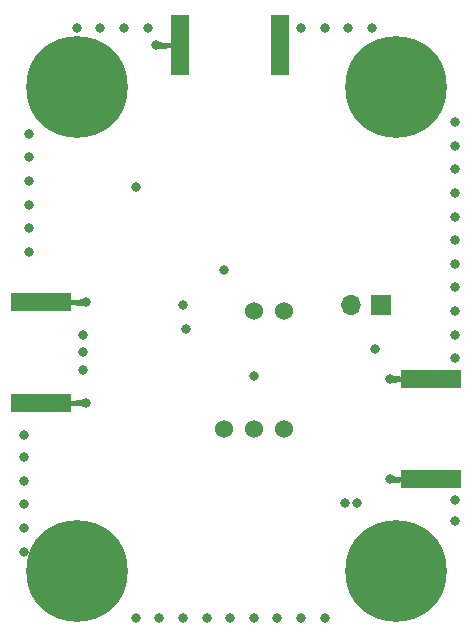
<source format=gbr>
G04 #@! TF.GenerationSoftware,KiCad,Pcbnew,5.1.6-c6e7f7d~87~ubuntu18.04.1*
G04 #@! TF.CreationDate,2021-01-11T12:45:55+00:00*
G04 #@! TF.ProjectId,vary_resistance,76617279-5f72-4657-9369-7374616e6365,rev?*
G04 #@! TF.SameCoordinates,Original*
G04 #@! TF.FileFunction,Copper,L4,Bot*
G04 #@! TF.FilePolarity,Positive*
%FSLAX46Y46*%
G04 Gerber Fmt 4.6, Leading zero omitted, Abs format (unit mm)*
G04 Created by KiCad (PCBNEW 5.1.6-c6e7f7d~87~ubuntu18.04.1) date 2021-01-11 12:45:55*
%MOMM*%
%LPD*%
G01*
G04 APERTURE LIST*
G04 #@! TA.AperFunction,ComponentPad*
%ADD10C,0.900000*%
G04 #@! TD*
G04 #@! TA.AperFunction,ComponentPad*
%ADD11C,8.600000*%
G04 #@! TD*
G04 #@! TA.AperFunction,ComponentPad*
%ADD12O,1.700000X1.700000*%
G04 #@! TD*
G04 #@! TA.AperFunction,ComponentPad*
%ADD13R,1.700000X1.700000*%
G04 #@! TD*
G04 #@! TA.AperFunction,ComponentPad*
%ADD14C,1.524000*%
G04 #@! TD*
G04 #@! TA.AperFunction,SMDPad,CuDef*
%ADD15R,5.080000X1.500000*%
G04 #@! TD*
G04 #@! TA.AperFunction,SMDPad,CuDef*
%ADD16R,1.500000X5.080000*%
G04 #@! TD*
G04 #@! TA.AperFunction,ViaPad*
%ADD17C,0.800000*%
G04 #@! TD*
G04 #@! TA.AperFunction,Conductor*
%ADD18C,0.450000*%
G04 #@! TD*
G04 #@! TA.AperFunction,Conductor*
%ADD19C,0.025400*%
G04 #@! TD*
G04 APERTURE END LIST*
D10*
X169280419Y-94719581D03*
X167000000Y-93775000D03*
X164719581Y-94719581D03*
X163775000Y-97000000D03*
X164719581Y-99280419D03*
X167000000Y-100225000D03*
X169280419Y-99280419D03*
X170225000Y-97000000D03*
D11*
X167000000Y-97000000D03*
D10*
X196280419Y-94719581D03*
X194000000Y-93775000D03*
X191719581Y-94719581D03*
X190775000Y-97000000D03*
X191719581Y-99280419D03*
X194000000Y-100225000D03*
X196280419Y-99280419D03*
X197225000Y-97000000D03*
D11*
X194000000Y-97000000D03*
D12*
X190210000Y-74500000D03*
D13*
X192750000Y-74500000D03*
D14*
X184540000Y-75000000D03*
X182000000Y-75000000D03*
X184540000Y-85000000D03*
X182000000Y-85000000D03*
X179460000Y-85000000D03*
D15*
X164000000Y-82750000D03*
X164000000Y-74250000D03*
X197000000Y-80750000D03*
X197000000Y-89250000D03*
D16*
X175750000Y-52500000D03*
X184250000Y-52500000D03*
D10*
X169280419Y-53719581D03*
X167000000Y-52775000D03*
X164719581Y-53719581D03*
X163775000Y-56000000D03*
X164719581Y-58280419D03*
X167000000Y-59225000D03*
X169280419Y-58280419D03*
X170225000Y-56000000D03*
D11*
X167000000Y-56000000D03*
D10*
X196280419Y-53719581D03*
X194000000Y-52775000D03*
X191719581Y-53719581D03*
X190775000Y-56000000D03*
X191719581Y-58280419D03*
X194000000Y-59225000D03*
X196280419Y-58280419D03*
X197225000Y-56000000D03*
D11*
X194000000Y-56000000D03*
D17*
X180000000Y-101000000D03*
X176000000Y-101000000D03*
X174000000Y-101000000D03*
X178000000Y-101000000D03*
X172000000Y-101000000D03*
X184000000Y-101000000D03*
X182000000Y-101000000D03*
X186000000Y-101000000D03*
X188000000Y-101000000D03*
X162500000Y-91370000D03*
X162500000Y-95370000D03*
X162500000Y-93370000D03*
X162500000Y-85500000D03*
X162500000Y-89370000D03*
X162500000Y-87370000D03*
X199000000Y-75000000D03*
X199000000Y-77000000D03*
X199000000Y-79000000D03*
X199000000Y-73000000D03*
X199000000Y-61000000D03*
X199000000Y-59000000D03*
X190000000Y-51000000D03*
X171000000Y-51000000D03*
X173000000Y-51000000D03*
X167000000Y-51000000D03*
X169000000Y-51000000D03*
X163000000Y-60000000D03*
X163000000Y-62000000D03*
X163000000Y-64000000D03*
X163000000Y-66000000D03*
X163000000Y-70000000D03*
X163000000Y-68000000D03*
X192000000Y-51000000D03*
X199000000Y-81000000D03*
X199000000Y-91000000D03*
X188000000Y-51000000D03*
X186000000Y-51000000D03*
X199000000Y-71000000D03*
X199000000Y-69000000D03*
X199000000Y-67000000D03*
X199000000Y-65000000D03*
X199000000Y-63000000D03*
X172000000Y-64500000D03*
X167750000Y-74250000D03*
X167750000Y-82750000D03*
X176000000Y-74500000D03*
X176250000Y-76500000D03*
X179500000Y-71500000D03*
X182000000Y-80500000D03*
X193500000Y-80750000D03*
X193500000Y-89250000D03*
X192250000Y-78250000D03*
X173750000Y-52500000D03*
X189750000Y-91250000D03*
X190750000Y-91250000D03*
X199000000Y-92750000D03*
X167500000Y-77000000D03*
X167500000Y-78500000D03*
X167500000Y-80000000D03*
D18*
X164000000Y-74250000D02*
X167750000Y-74250000D01*
X167750000Y-82750000D02*
X164000000Y-82750000D01*
X193500000Y-80750000D02*
X197000000Y-80750000D01*
X197000000Y-89250000D02*
X193500000Y-89250000D01*
X173750000Y-52500000D02*
X175074990Y-52500000D01*
D19*
G36*
X167924574Y-74250000D02*
G01*
X167465023Y-74514949D01*
X167456805Y-74509164D01*
X167454282Y-74507786D01*
X167431305Y-74498436D01*
X167429773Y-74497923D01*
X167398664Y-74489673D01*
X167397686Y-74489455D01*
X167358448Y-74482305D01*
X167357780Y-74482201D01*
X167310411Y-74476151D01*
X167309930Y-74476099D01*
X167254430Y-74471149D01*
X167254069Y-74471122D01*
X167190439Y-74467272D01*
X167190158Y-74467258D01*
X167118398Y-74464508D01*
X167118174Y-74464502D01*
X167038283Y-74462852D01*
X167038100Y-74462849D01*
X166962700Y-74462378D01*
X166962700Y-74037622D01*
X167038100Y-74037150D01*
X167038283Y-74037147D01*
X167118174Y-74035497D01*
X167118398Y-74035491D01*
X167190158Y-74032741D01*
X167190439Y-74032727D01*
X167254069Y-74028877D01*
X167254430Y-74028850D01*
X167309930Y-74023900D01*
X167310411Y-74023848D01*
X167357780Y-74017798D01*
X167358448Y-74017694D01*
X167397686Y-74010544D01*
X167398664Y-74010326D01*
X167429773Y-74002076D01*
X167431305Y-74001563D01*
X167454282Y-73992213D01*
X167456804Y-73990836D01*
X167465023Y-73985051D01*
X167924574Y-74250000D01*
G37*
X167924574Y-74250000D02*
X167465023Y-74514949D01*
X167456805Y-74509164D01*
X167454282Y-74507786D01*
X167431305Y-74498436D01*
X167429773Y-74497923D01*
X167398664Y-74489673D01*
X167397686Y-74489455D01*
X167358448Y-74482305D01*
X167357780Y-74482201D01*
X167310411Y-74476151D01*
X167309930Y-74476099D01*
X167254430Y-74471149D01*
X167254069Y-74471122D01*
X167190439Y-74467272D01*
X167190158Y-74467258D01*
X167118398Y-74464508D01*
X167118174Y-74464502D01*
X167038283Y-74462852D01*
X167038100Y-74462849D01*
X166962700Y-74462378D01*
X166962700Y-74037622D01*
X167038100Y-74037150D01*
X167038283Y-74037147D01*
X167118174Y-74035497D01*
X167118398Y-74035491D01*
X167190158Y-74032741D01*
X167190439Y-74032727D01*
X167254069Y-74028877D01*
X167254430Y-74028850D01*
X167309930Y-74023900D01*
X167310411Y-74023848D01*
X167357780Y-74017798D01*
X167358448Y-74017694D01*
X167397686Y-74010544D01*
X167398664Y-74010326D01*
X167429773Y-74002076D01*
X167431305Y-74001563D01*
X167454282Y-73992213D01*
X167456804Y-73990836D01*
X167465023Y-73985051D01*
X167924574Y-74250000D01*
G36*
X164589629Y-73791389D02*
G01*
X164590709Y-73792270D01*
X164660809Y-73843270D01*
X164661912Y-73843987D01*
X164739537Y-73888987D01*
X164740618Y-73889547D01*
X164825769Y-73928547D01*
X164826797Y-73928964D01*
X164919474Y-73961964D01*
X164920430Y-73962263D01*
X165020632Y-73989263D01*
X165021506Y-73989465D01*
X165129233Y-74010465D01*
X165130024Y-74010594D01*
X165245278Y-74025594D01*
X165245989Y-74025666D01*
X165368767Y-74034666D01*
X165369403Y-74034697D01*
X165487300Y-74037411D01*
X165487300Y-74462589D01*
X165369403Y-74465303D01*
X165368767Y-74465334D01*
X165245989Y-74474334D01*
X165245278Y-74474406D01*
X165130024Y-74489406D01*
X165129233Y-74489535D01*
X165021506Y-74510535D01*
X165020632Y-74510737D01*
X164920430Y-74537737D01*
X164919474Y-74538036D01*
X164826797Y-74571036D01*
X164825769Y-74571453D01*
X164740618Y-74610453D01*
X164739537Y-74611013D01*
X164661912Y-74656013D01*
X164660809Y-74656730D01*
X164590709Y-74707730D01*
X164589629Y-74708611D01*
X164533913Y-74759364D01*
X163650426Y-74250000D01*
X164533913Y-73740636D01*
X164589629Y-73791389D01*
G37*
X164589629Y-73791389D02*
X164590709Y-73792270D01*
X164660809Y-73843270D01*
X164661912Y-73843987D01*
X164739537Y-73888987D01*
X164740618Y-73889547D01*
X164825769Y-73928547D01*
X164826797Y-73928964D01*
X164919474Y-73961964D01*
X164920430Y-73962263D01*
X165020632Y-73989263D01*
X165021506Y-73989465D01*
X165129233Y-74010465D01*
X165130024Y-74010594D01*
X165245278Y-74025594D01*
X165245989Y-74025666D01*
X165368767Y-74034666D01*
X165369403Y-74034697D01*
X165487300Y-74037411D01*
X165487300Y-74462589D01*
X165369403Y-74465303D01*
X165368767Y-74465334D01*
X165245989Y-74474334D01*
X165245278Y-74474406D01*
X165130024Y-74489406D01*
X165129233Y-74489535D01*
X165021506Y-74510535D01*
X165020632Y-74510737D01*
X164920430Y-74537737D01*
X164919474Y-74538036D01*
X164826797Y-74571036D01*
X164825769Y-74571453D01*
X164740618Y-74610453D01*
X164739537Y-74611013D01*
X164661912Y-74656013D01*
X164660809Y-74656730D01*
X164590709Y-74707730D01*
X164589629Y-74708611D01*
X164533913Y-74759364D01*
X163650426Y-74250000D01*
X164533913Y-73740636D01*
X164589629Y-73791389D01*
G36*
X167924574Y-82750000D02*
G01*
X167465023Y-83014949D01*
X167456805Y-83009164D01*
X167454282Y-83007786D01*
X167431305Y-82998436D01*
X167429773Y-82997923D01*
X167398664Y-82989673D01*
X167397686Y-82989455D01*
X167358448Y-82982305D01*
X167357780Y-82982201D01*
X167310411Y-82976151D01*
X167309930Y-82976099D01*
X167254430Y-82971149D01*
X167254069Y-82971122D01*
X167190439Y-82967272D01*
X167190158Y-82967258D01*
X167118398Y-82964508D01*
X167118174Y-82964502D01*
X167038283Y-82962852D01*
X167038100Y-82962849D01*
X166962700Y-82962378D01*
X166962700Y-82537622D01*
X167038100Y-82537150D01*
X167038283Y-82537147D01*
X167118174Y-82535497D01*
X167118398Y-82535491D01*
X167190158Y-82532741D01*
X167190439Y-82532727D01*
X167254069Y-82528877D01*
X167254430Y-82528850D01*
X167309930Y-82523900D01*
X167310411Y-82523848D01*
X167357780Y-82517798D01*
X167358448Y-82517694D01*
X167397686Y-82510544D01*
X167398664Y-82510326D01*
X167429773Y-82502076D01*
X167431305Y-82501563D01*
X167454282Y-82492213D01*
X167456804Y-82490836D01*
X167465023Y-82485051D01*
X167924574Y-82750000D01*
G37*
X167924574Y-82750000D02*
X167465023Y-83014949D01*
X167456805Y-83009164D01*
X167454282Y-83007786D01*
X167431305Y-82998436D01*
X167429773Y-82997923D01*
X167398664Y-82989673D01*
X167397686Y-82989455D01*
X167358448Y-82982305D01*
X167357780Y-82982201D01*
X167310411Y-82976151D01*
X167309930Y-82976099D01*
X167254430Y-82971149D01*
X167254069Y-82971122D01*
X167190439Y-82967272D01*
X167190158Y-82967258D01*
X167118398Y-82964508D01*
X167118174Y-82964502D01*
X167038283Y-82962852D01*
X167038100Y-82962849D01*
X166962700Y-82962378D01*
X166962700Y-82537622D01*
X167038100Y-82537150D01*
X167038283Y-82537147D01*
X167118174Y-82535497D01*
X167118398Y-82535491D01*
X167190158Y-82532741D01*
X167190439Y-82532727D01*
X167254069Y-82528877D01*
X167254430Y-82528850D01*
X167309930Y-82523900D01*
X167310411Y-82523848D01*
X167357780Y-82517798D01*
X167358448Y-82517694D01*
X167397686Y-82510544D01*
X167398664Y-82510326D01*
X167429773Y-82502076D01*
X167431305Y-82501563D01*
X167454282Y-82492213D01*
X167456804Y-82490836D01*
X167465023Y-82485051D01*
X167924574Y-82750000D01*
G36*
X164589629Y-82291389D02*
G01*
X164590709Y-82292270D01*
X164660809Y-82343270D01*
X164661912Y-82343987D01*
X164739537Y-82388987D01*
X164740618Y-82389547D01*
X164825769Y-82428547D01*
X164826797Y-82428964D01*
X164919474Y-82461964D01*
X164920430Y-82462263D01*
X165020632Y-82489263D01*
X165021506Y-82489465D01*
X165129233Y-82510465D01*
X165130024Y-82510594D01*
X165245278Y-82525594D01*
X165245989Y-82525666D01*
X165368767Y-82534666D01*
X165369403Y-82534697D01*
X165487300Y-82537411D01*
X165487300Y-82962589D01*
X165369403Y-82965303D01*
X165368767Y-82965334D01*
X165245989Y-82974334D01*
X165245278Y-82974406D01*
X165130024Y-82989406D01*
X165129233Y-82989535D01*
X165021506Y-83010535D01*
X165020632Y-83010737D01*
X164920430Y-83037737D01*
X164919474Y-83038036D01*
X164826797Y-83071036D01*
X164825769Y-83071453D01*
X164740618Y-83110453D01*
X164739537Y-83111013D01*
X164661912Y-83156013D01*
X164660809Y-83156730D01*
X164590709Y-83207730D01*
X164589629Y-83208611D01*
X164533913Y-83259364D01*
X163650426Y-82750000D01*
X164533913Y-82240636D01*
X164589629Y-82291389D01*
G37*
X164589629Y-82291389D02*
X164590709Y-82292270D01*
X164660809Y-82343270D01*
X164661912Y-82343987D01*
X164739537Y-82388987D01*
X164740618Y-82389547D01*
X164825769Y-82428547D01*
X164826797Y-82428964D01*
X164919474Y-82461964D01*
X164920430Y-82462263D01*
X165020632Y-82489263D01*
X165021506Y-82489465D01*
X165129233Y-82510465D01*
X165130024Y-82510594D01*
X165245278Y-82525594D01*
X165245989Y-82525666D01*
X165368767Y-82534666D01*
X165369403Y-82534697D01*
X165487300Y-82537411D01*
X165487300Y-82962589D01*
X165369403Y-82965303D01*
X165368767Y-82965334D01*
X165245989Y-82974334D01*
X165245278Y-82974406D01*
X165130024Y-82989406D01*
X165129233Y-82989535D01*
X165021506Y-83010535D01*
X165020632Y-83010737D01*
X164920430Y-83037737D01*
X164919474Y-83038036D01*
X164826797Y-83071036D01*
X164825769Y-83071453D01*
X164740618Y-83110453D01*
X164739537Y-83111013D01*
X164661912Y-83156013D01*
X164660809Y-83156730D01*
X164590709Y-83207730D01*
X164589629Y-83208611D01*
X164533913Y-83259364D01*
X163650426Y-82750000D01*
X164533913Y-82240636D01*
X164589629Y-82291389D01*
G36*
X193793194Y-80490835D02*
G01*
X193795717Y-80492213D01*
X193818694Y-80501563D01*
X193820226Y-80502076D01*
X193851335Y-80510326D01*
X193852313Y-80510544D01*
X193891551Y-80517694D01*
X193892219Y-80517798D01*
X193939588Y-80523848D01*
X193940069Y-80523900D01*
X193995569Y-80528850D01*
X193995930Y-80528877D01*
X194059560Y-80532727D01*
X194059841Y-80532741D01*
X194131601Y-80535491D01*
X194131825Y-80535497D01*
X194211716Y-80537147D01*
X194211899Y-80537150D01*
X194287300Y-80537622D01*
X194287300Y-80962378D01*
X194211899Y-80962849D01*
X194211716Y-80962852D01*
X194131825Y-80964502D01*
X194131601Y-80964508D01*
X194059841Y-80967258D01*
X194059560Y-80967272D01*
X193995930Y-80971122D01*
X193995569Y-80971149D01*
X193940069Y-80976099D01*
X193939588Y-80976151D01*
X193892219Y-80982201D01*
X193891551Y-80982305D01*
X193852313Y-80989455D01*
X193851335Y-80989673D01*
X193820226Y-80997923D01*
X193818694Y-80998436D01*
X193795717Y-81007786D01*
X193793194Y-81009164D01*
X193784976Y-81014949D01*
X193325426Y-80750000D01*
X193784977Y-80485051D01*
X193793194Y-80490835D01*
G37*
X193793194Y-80490835D02*
X193795717Y-80492213D01*
X193818694Y-80501563D01*
X193820226Y-80502076D01*
X193851335Y-80510326D01*
X193852313Y-80510544D01*
X193891551Y-80517694D01*
X193892219Y-80517798D01*
X193939588Y-80523848D01*
X193940069Y-80523900D01*
X193995569Y-80528850D01*
X193995930Y-80528877D01*
X194059560Y-80532727D01*
X194059841Y-80532741D01*
X194131601Y-80535491D01*
X194131825Y-80535497D01*
X194211716Y-80537147D01*
X194211899Y-80537150D01*
X194287300Y-80537622D01*
X194287300Y-80962378D01*
X194211899Y-80962849D01*
X194211716Y-80962852D01*
X194131825Y-80964502D01*
X194131601Y-80964508D01*
X194059841Y-80967258D01*
X194059560Y-80967272D01*
X193995930Y-80971122D01*
X193995569Y-80971149D01*
X193940069Y-80976099D01*
X193939588Y-80976151D01*
X193892219Y-80982201D01*
X193891551Y-80982305D01*
X193852313Y-80989455D01*
X193851335Y-80989673D01*
X193820226Y-80997923D01*
X193818694Y-80998436D01*
X193795717Y-81007786D01*
X193793194Y-81009164D01*
X193784976Y-81014949D01*
X193325426Y-80750000D01*
X193784977Y-80485051D01*
X193793194Y-80490835D01*
G36*
X197349574Y-80750000D02*
G01*
X196466087Y-81259364D01*
X196410370Y-81208611D01*
X196409290Y-81207730D01*
X196339190Y-81156730D01*
X196338087Y-81156013D01*
X196260462Y-81111013D01*
X196259381Y-81110453D01*
X196174230Y-81071453D01*
X196173202Y-81071036D01*
X196080525Y-81038036D01*
X196079569Y-81037737D01*
X195979367Y-81010737D01*
X195978493Y-81010535D01*
X195870766Y-80989535D01*
X195869975Y-80989406D01*
X195754721Y-80974406D01*
X195754010Y-80974334D01*
X195631232Y-80965334D01*
X195630596Y-80965303D01*
X195512700Y-80962589D01*
X195512700Y-80537411D01*
X195630596Y-80534697D01*
X195631232Y-80534666D01*
X195754010Y-80525666D01*
X195754721Y-80525594D01*
X195869975Y-80510594D01*
X195870766Y-80510465D01*
X195978493Y-80489465D01*
X195979367Y-80489263D01*
X196079569Y-80462263D01*
X196080525Y-80461964D01*
X196173202Y-80428964D01*
X196174230Y-80428547D01*
X196259381Y-80389547D01*
X196260462Y-80388987D01*
X196338087Y-80343987D01*
X196339190Y-80343270D01*
X196409290Y-80292270D01*
X196410370Y-80291389D01*
X196466087Y-80240636D01*
X197349574Y-80750000D01*
G37*
X197349574Y-80750000D02*
X196466087Y-81259364D01*
X196410370Y-81208611D01*
X196409290Y-81207730D01*
X196339190Y-81156730D01*
X196338087Y-81156013D01*
X196260462Y-81111013D01*
X196259381Y-81110453D01*
X196174230Y-81071453D01*
X196173202Y-81071036D01*
X196080525Y-81038036D01*
X196079569Y-81037737D01*
X195979367Y-81010737D01*
X195978493Y-81010535D01*
X195870766Y-80989535D01*
X195869975Y-80989406D01*
X195754721Y-80974406D01*
X195754010Y-80974334D01*
X195631232Y-80965334D01*
X195630596Y-80965303D01*
X195512700Y-80962589D01*
X195512700Y-80537411D01*
X195630596Y-80534697D01*
X195631232Y-80534666D01*
X195754010Y-80525666D01*
X195754721Y-80525594D01*
X195869975Y-80510594D01*
X195870766Y-80510465D01*
X195978493Y-80489465D01*
X195979367Y-80489263D01*
X196079569Y-80462263D01*
X196080525Y-80461964D01*
X196173202Y-80428964D01*
X196174230Y-80428547D01*
X196259381Y-80389547D01*
X196260462Y-80388987D01*
X196338087Y-80343987D01*
X196339190Y-80343270D01*
X196409290Y-80292270D01*
X196410370Y-80291389D01*
X196466087Y-80240636D01*
X197349574Y-80750000D01*
G36*
X193793194Y-88990835D02*
G01*
X193795717Y-88992213D01*
X193818694Y-89001563D01*
X193820226Y-89002076D01*
X193851335Y-89010326D01*
X193852313Y-89010544D01*
X193891551Y-89017694D01*
X193892219Y-89017798D01*
X193939588Y-89023848D01*
X193940069Y-89023900D01*
X193995569Y-89028850D01*
X193995930Y-89028877D01*
X194059560Y-89032727D01*
X194059841Y-89032741D01*
X194131601Y-89035491D01*
X194131825Y-89035497D01*
X194211716Y-89037147D01*
X194211899Y-89037150D01*
X194287300Y-89037622D01*
X194287300Y-89462378D01*
X194211899Y-89462849D01*
X194211716Y-89462852D01*
X194131825Y-89464502D01*
X194131601Y-89464508D01*
X194059841Y-89467258D01*
X194059560Y-89467272D01*
X193995930Y-89471122D01*
X193995569Y-89471149D01*
X193940069Y-89476099D01*
X193939588Y-89476151D01*
X193892219Y-89482201D01*
X193891551Y-89482305D01*
X193852313Y-89489455D01*
X193851335Y-89489673D01*
X193820226Y-89497923D01*
X193818694Y-89498436D01*
X193795717Y-89507786D01*
X193793194Y-89509164D01*
X193784976Y-89514949D01*
X193325426Y-89250000D01*
X193784977Y-88985051D01*
X193793194Y-88990835D01*
G37*
X193793194Y-88990835D02*
X193795717Y-88992213D01*
X193818694Y-89001563D01*
X193820226Y-89002076D01*
X193851335Y-89010326D01*
X193852313Y-89010544D01*
X193891551Y-89017694D01*
X193892219Y-89017798D01*
X193939588Y-89023848D01*
X193940069Y-89023900D01*
X193995569Y-89028850D01*
X193995930Y-89028877D01*
X194059560Y-89032727D01*
X194059841Y-89032741D01*
X194131601Y-89035491D01*
X194131825Y-89035497D01*
X194211716Y-89037147D01*
X194211899Y-89037150D01*
X194287300Y-89037622D01*
X194287300Y-89462378D01*
X194211899Y-89462849D01*
X194211716Y-89462852D01*
X194131825Y-89464502D01*
X194131601Y-89464508D01*
X194059841Y-89467258D01*
X194059560Y-89467272D01*
X193995930Y-89471122D01*
X193995569Y-89471149D01*
X193940069Y-89476099D01*
X193939588Y-89476151D01*
X193892219Y-89482201D01*
X193891551Y-89482305D01*
X193852313Y-89489455D01*
X193851335Y-89489673D01*
X193820226Y-89497923D01*
X193818694Y-89498436D01*
X193795717Y-89507786D01*
X193793194Y-89509164D01*
X193784976Y-89514949D01*
X193325426Y-89250000D01*
X193784977Y-88985051D01*
X193793194Y-88990835D01*
G36*
X197349574Y-89250000D02*
G01*
X196466087Y-89759364D01*
X196410370Y-89708611D01*
X196409290Y-89707730D01*
X196339190Y-89656730D01*
X196338087Y-89656013D01*
X196260462Y-89611013D01*
X196259381Y-89610453D01*
X196174230Y-89571453D01*
X196173202Y-89571036D01*
X196080525Y-89538036D01*
X196079569Y-89537737D01*
X195979367Y-89510737D01*
X195978493Y-89510535D01*
X195870766Y-89489535D01*
X195869975Y-89489406D01*
X195754721Y-89474406D01*
X195754010Y-89474334D01*
X195631232Y-89465334D01*
X195630596Y-89465303D01*
X195512700Y-89462589D01*
X195512700Y-89037411D01*
X195630596Y-89034697D01*
X195631232Y-89034666D01*
X195754010Y-89025666D01*
X195754721Y-89025594D01*
X195869975Y-89010594D01*
X195870766Y-89010465D01*
X195978493Y-88989465D01*
X195979367Y-88989263D01*
X196079569Y-88962263D01*
X196080525Y-88961964D01*
X196173202Y-88928964D01*
X196174230Y-88928547D01*
X196259381Y-88889547D01*
X196260462Y-88888987D01*
X196338087Y-88843987D01*
X196339190Y-88843270D01*
X196409290Y-88792270D01*
X196410370Y-88791389D01*
X196466087Y-88740636D01*
X197349574Y-89250000D01*
G37*
X197349574Y-89250000D02*
X196466087Y-89759364D01*
X196410370Y-89708611D01*
X196409290Y-89707730D01*
X196339190Y-89656730D01*
X196338087Y-89656013D01*
X196260462Y-89611013D01*
X196259381Y-89610453D01*
X196174230Y-89571453D01*
X196173202Y-89571036D01*
X196080525Y-89538036D01*
X196079569Y-89537737D01*
X195979367Y-89510737D01*
X195978493Y-89510535D01*
X195870766Y-89489535D01*
X195869975Y-89489406D01*
X195754721Y-89474406D01*
X195754010Y-89474334D01*
X195631232Y-89465334D01*
X195630596Y-89465303D01*
X195512700Y-89462589D01*
X195512700Y-89037411D01*
X195630596Y-89034697D01*
X195631232Y-89034666D01*
X195754010Y-89025666D01*
X195754721Y-89025594D01*
X195869975Y-89010594D01*
X195870766Y-89010465D01*
X195978493Y-88989465D01*
X195979367Y-88989263D01*
X196079569Y-88962263D01*
X196080525Y-88961964D01*
X196173202Y-88928964D01*
X196174230Y-88928547D01*
X196259381Y-88889547D01*
X196260462Y-88888987D01*
X196338087Y-88843987D01*
X196339190Y-88843270D01*
X196409290Y-88792270D01*
X196410370Y-88791389D01*
X196466087Y-88740636D01*
X197349574Y-89250000D01*
G36*
X174043194Y-52240835D02*
G01*
X174045717Y-52242213D01*
X174068694Y-52251563D01*
X174070226Y-52252076D01*
X174101335Y-52260326D01*
X174102313Y-52260544D01*
X174141551Y-52267694D01*
X174142219Y-52267798D01*
X174189588Y-52273848D01*
X174190069Y-52273900D01*
X174245569Y-52278850D01*
X174245930Y-52278877D01*
X174309560Y-52282727D01*
X174309841Y-52282741D01*
X174381601Y-52285491D01*
X174381825Y-52285497D01*
X174461716Y-52287147D01*
X174461899Y-52287150D01*
X174537300Y-52287622D01*
X174537300Y-52712378D01*
X174461899Y-52712849D01*
X174461716Y-52712852D01*
X174381825Y-52714502D01*
X174381601Y-52714508D01*
X174309841Y-52717258D01*
X174309560Y-52717272D01*
X174245930Y-52721122D01*
X174245569Y-52721149D01*
X174190069Y-52726099D01*
X174189588Y-52726151D01*
X174142219Y-52732201D01*
X174141551Y-52732305D01*
X174102313Y-52739455D01*
X174101335Y-52739673D01*
X174070226Y-52747923D01*
X174068694Y-52748436D01*
X174045717Y-52757786D01*
X174043194Y-52759164D01*
X174034976Y-52764949D01*
X173575426Y-52500000D01*
X174034977Y-52235051D01*
X174043194Y-52240835D01*
G37*
X174043194Y-52240835D02*
X174045717Y-52242213D01*
X174068694Y-52251563D01*
X174070226Y-52252076D01*
X174101335Y-52260326D01*
X174102313Y-52260544D01*
X174141551Y-52267694D01*
X174142219Y-52267798D01*
X174189588Y-52273848D01*
X174190069Y-52273900D01*
X174245569Y-52278850D01*
X174245930Y-52278877D01*
X174309560Y-52282727D01*
X174309841Y-52282741D01*
X174381601Y-52285491D01*
X174381825Y-52285497D01*
X174461716Y-52287147D01*
X174461899Y-52287150D01*
X174537300Y-52287622D01*
X174537300Y-52712378D01*
X174461899Y-52712849D01*
X174461716Y-52712852D01*
X174381825Y-52714502D01*
X174381601Y-52714508D01*
X174309841Y-52717258D01*
X174309560Y-52717272D01*
X174245930Y-52721122D01*
X174245569Y-52721149D01*
X174190069Y-52726099D01*
X174189588Y-52726151D01*
X174142219Y-52732201D01*
X174141551Y-52732305D01*
X174102313Y-52739455D01*
X174101335Y-52739673D01*
X174070226Y-52747923D01*
X174068694Y-52748436D01*
X174045717Y-52757786D01*
X174043194Y-52759164D01*
X174034976Y-52764949D01*
X173575426Y-52500000D01*
X174034977Y-52235051D01*
X174043194Y-52240835D01*
M02*

</source>
